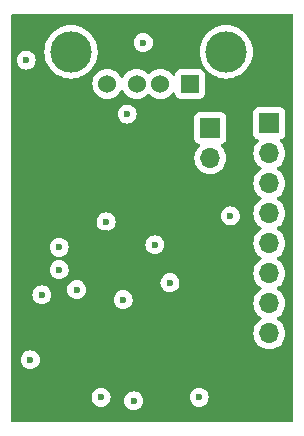
<source format=gbr>
%TF.GenerationSoftware,KiCad,Pcbnew,7.0.9*%
%TF.CreationDate,2024-08-25T21:19:36+01:00*%
%TF.ProjectId,RISKYKVM,5249534b-594b-4564-9d2e-6b696361645f,rev?*%
%TF.SameCoordinates,Original*%
%TF.FileFunction,Copper,L3,Inr*%
%TF.FilePolarity,Positive*%
%FSLAX46Y46*%
G04 Gerber Fmt 4.6, Leading zero omitted, Abs format (unit mm)*
G04 Created by KiCad (PCBNEW 7.0.9) date 2024-08-25 21:19:36*
%MOMM*%
%LPD*%
G01*
G04 APERTURE LIST*
%TA.AperFunction,ComponentPad*%
%ADD10R,1.700000X1.700000*%
%TD*%
%TA.AperFunction,ComponentPad*%
%ADD11O,1.700000X1.700000*%
%TD*%
%TA.AperFunction,ComponentPad*%
%ADD12R,1.524000X1.524000*%
%TD*%
%TA.AperFunction,ComponentPad*%
%ADD13C,1.524000*%
%TD*%
%TA.AperFunction,ComponentPad*%
%ADD14C,3.500000*%
%TD*%
%TA.AperFunction,ViaPad*%
%ADD15C,0.600000*%
%TD*%
G04 APERTURE END LIST*
D10*
%TO.N,/KB_CLK*%
%TO.C,J4*%
X140390000Y-84610000D03*
D11*
%TO.N,/KB_DATA*%
X140390000Y-87150000D03*
%TO.N,/KB_RESET*%
X140390000Y-89690000D03*
%TO.N,+5V*%
X140390000Y-92230000D03*
%TO.N,unconnected-(J4-Pin_5-Pad5)*%
X140390000Y-94770000D03*
%TO.N,GND*%
X140390000Y-97310000D03*
%TO.N,unconnected-(J4-Pin_7-Pad7)*%
X140390000Y-99850000D03*
%TO.N,unconnected-(J4-Pin_8-Pad8)*%
X140390000Y-102390000D03*
%TD*%
D12*
%TO.N,Net-(J3-VBUS)*%
%TO.C,J3*%
X133675000Y-81267100D03*
D13*
%TO.N,/USB_DM*%
X131175000Y-81267100D03*
%TO.N,/USB_DP*%
X129175000Y-81267100D03*
%TO.N,GND*%
X126675000Y-81267100D03*
D14*
X136745000Y-78557100D03*
X123605000Y-78557100D03*
%TD*%
D10*
%TO.N,/SWCLK*%
%TO.C,J2*%
X135400000Y-85000000D03*
D11*
%TO.N,/SWDIO*%
X135400000Y-87540000D03*
%TD*%
D15*
%TO.N,GND*%
X130700000Y-94900000D03*
%TO.N,+3.3V*%
X122630000Y-98740000D03*
X132085400Y-90319400D03*
X119775000Y-77375000D03*
X132466400Y-95831200D03*
X121925000Y-104650000D03*
X127107000Y-90344800D03*
X126530218Y-93916221D03*
%TO.N,GND*%
X137100000Y-92450000D03*
X128900000Y-108100000D03*
X131980000Y-98100000D03*
X124077800Y-98676900D03*
X122600000Y-95100000D03*
X129720000Y-77770000D03*
X128010000Y-99540000D03*
X122600000Y-97000000D03*
%TO.N,+5V*%
X121131400Y-99134100D03*
X128360000Y-83820000D03*
%TO.N,/NRST*%
X126566051Y-92941667D03*
%TO.N,/PIN6*%
X134455000Y-107797500D03*
%TO.N,/PIN9*%
X126145000Y-107797500D03*
%TO.N,Net-(D1-A)*%
X120150000Y-104630000D03*
%TO.N,Net-(D2-A)*%
X119800000Y-79250000D03*
%TD*%
%TA.AperFunction,Conductor*%
%TO.N,+3.3V*%
G36*
X142360739Y-75365585D02*
G01*
X142406494Y-75418389D01*
X142417700Y-75469900D01*
X142417700Y-109775500D01*
X142398015Y-109842539D01*
X142345211Y-109888294D01*
X142293700Y-109899500D01*
X118626300Y-109899500D01*
X118559261Y-109879815D01*
X118513506Y-109827011D01*
X118502300Y-109775500D01*
X118502300Y-107797503D01*
X125339435Y-107797503D01*
X125359630Y-107976749D01*
X125359631Y-107976754D01*
X125419211Y-108147023D01*
X125502295Y-108279249D01*
X125515184Y-108299762D01*
X125642738Y-108427316D01*
X125795478Y-108523289D01*
X125965745Y-108582868D01*
X125965750Y-108582869D01*
X126144996Y-108603065D01*
X126145000Y-108603065D01*
X126145004Y-108603065D01*
X126324249Y-108582869D01*
X126324252Y-108582868D01*
X126324255Y-108582868D01*
X126494522Y-108523289D01*
X126647262Y-108427316D01*
X126774816Y-108299762D01*
X126870789Y-108147022D01*
X126887242Y-108100003D01*
X128094435Y-108100003D01*
X128114630Y-108279249D01*
X128114631Y-108279254D01*
X128174211Y-108449523D01*
X128270184Y-108602262D01*
X128397738Y-108729816D01*
X128550478Y-108825789D01*
X128720745Y-108885368D01*
X128720750Y-108885369D01*
X128899996Y-108905565D01*
X128900000Y-108905565D01*
X128900004Y-108905565D01*
X129079249Y-108885369D01*
X129079252Y-108885368D01*
X129079255Y-108885368D01*
X129249522Y-108825789D01*
X129402262Y-108729816D01*
X129529816Y-108602262D01*
X129625789Y-108449522D01*
X129685368Y-108279255D01*
X129705565Y-108100000D01*
X129691678Y-107976749D01*
X129685369Y-107920750D01*
X129685368Y-107920745D01*
X129642244Y-107797503D01*
X133649435Y-107797503D01*
X133669630Y-107976749D01*
X133669631Y-107976754D01*
X133729211Y-108147023D01*
X133812295Y-108279249D01*
X133825184Y-108299762D01*
X133952738Y-108427316D01*
X134105478Y-108523289D01*
X134275745Y-108582868D01*
X134275750Y-108582869D01*
X134454996Y-108603065D01*
X134455000Y-108603065D01*
X134455004Y-108603065D01*
X134634249Y-108582869D01*
X134634252Y-108582868D01*
X134634255Y-108582868D01*
X134804522Y-108523289D01*
X134957262Y-108427316D01*
X135084816Y-108299762D01*
X135180789Y-108147022D01*
X135240368Y-107976755D01*
X135240369Y-107976749D01*
X135260565Y-107797503D01*
X135260565Y-107797496D01*
X135240369Y-107618250D01*
X135240368Y-107618245D01*
X135180788Y-107447976D01*
X135084815Y-107295237D01*
X134957262Y-107167684D01*
X134804523Y-107071711D01*
X134634254Y-107012131D01*
X134634249Y-107012130D01*
X134455004Y-106991935D01*
X134454996Y-106991935D01*
X134275750Y-107012130D01*
X134275745Y-107012131D01*
X134105476Y-107071711D01*
X133952737Y-107167684D01*
X133825184Y-107295237D01*
X133729211Y-107447976D01*
X133669631Y-107618245D01*
X133669630Y-107618250D01*
X133649435Y-107797496D01*
X133649435Y-107797503D01*
X129642244Y-107797503D01*
X129625789Y-107750478D01*
X129529816Y-107597738D01*
X129402262Y-107470184D01*
X129249523Y-107374211D01*
X129079254Y-107314631D01*
X129079249Y-107314630D01*
X128900004Y-107294435D01*
X128899996Y-107294435D01*
X128720750Y-107314630D01*
X128720745Y-107314631D01*
X128550476Y-107374211D01*
X128397737Y-107470184D01*
X128270184Y-107597737D01*
X128174211Y-107750476D01*
X128114631Y-107920745D01*
X128114630Y-107920750D01*
X128094435Y-108099996D01*
X128094435Y-108100003D01*
X126887242Y-108100003D01*
X126930368Y-107976755D01*
X126930369Y-107976749D01*
X126950565Y-107797503D01*
X126950565Y-107797496D01*
X126930369Y-107618250D01*
X126930368Y-107618245D01*
X126870788Y-107447976D01*
X126774815Y-107295237D01*
X126647262Y-107167684D01*
X126494523Y-107071711D01*
X126324254Y-107012131D01*
X126324249Y-107012130D01*
X126145004Y-106991935D01*
X126144996Y-106991935D01*
X125965750Y-107012130D01*
X125965745Y-107012131D01*
X125795476Y-107071711D01*
X125642737Y-107167684D01*
X125515184Y-107295237D01*
X125419211Y-107447976D01*
X125359631Y-107618245D01*
X125359630Y-107618250D01*
X125339435Y-107797496D01*
X125339435Y-107797503D01*
X118502300Y-107797503D01*
X118502300Y-104630003D01*
X119344435Y-104630003D01*
X119364630Y-104809249D01*
X119364631Y-104809254D01*
X119424211Y-104979523D01*
X119520184Y-105132262D01*
X119647738Y-105259816D01*
X119800478Y-105355789D01*
X119970745Y-105415368D01*
X119970750Y-105415369D01*
X120149996Y-105435565D01*
X120150000Y-105435565D01*
X120150004Y-105435565D01*
X120329249Y-105415369D01*
X120329252Y-105415368D01*
X120329255Y-105415368D01*
X120499522Y-105355789D01*
X120652262Y-105259816D01*
X120779816Y-105132262D01*
X120875789Y-104979522D01*
X120935368Y-104809255D01*
X120955565Y-104630000D01*
X120935368Y-104450745D01*
X120875789Y-104280478D01*
X120779816Y-104127738D01*
X120652262Y-104000184D01*
X120499523Y-103904211D01*
X120329254Y-103844631D01*
X120329249Y-103844630D01*
X120150004Y-103824435D01*
X120149996Y-103824435D01*
X119970750Y-103844630D01*
X119970745Y-103844631D01*
X119800476Y-103904211D01*
X119647737Y-104000184D01*
X119520184Y-104127737D01*
X119424211Y-104280476D01*
X119364631Y-104450745D01*
X119364630Y-104450750D01*
X119344435Y-104629996D01*
X119344435Y-104630003D01*
X118502300Y-104630003D01*
X118502300Y-102390000D01*
X139034341Y-102390000D01*
X139054936Y-102625403D01*
X139054938Y-102625413D01*
X139116094Y-102853655D01*
X139116096Y-102853659D01*
X139116097Y-102853663D01*
X139215965Y-103067830D01*
X139215967Y-103067834D01*
X139324281Y-103222521D01*
X139351505Y-103261401D01*
X139518599Y-103428495D01*
X139615384Y-103496265D01*
X139712165Y-103564032D01*
X139712167Y-103564033D01*
X139712170Y-103564035D01*
X139926337Y-103663903D01*
X140154592Y-103725063D01*
X140342918Y-103741539D01*
X140389999Y-103745659D01*
X140390000Y-103745659D01*
X140390001Y-103745659D01*
X140429234Y-103742226D01*
X140625408Y-103725063D01*
X140853663Y-103663903D01*
X141067830Y-103564035D01*
X141261401Y-103428495D01*
X141428495Y-103261401D01*
X141564035Y-103067830D01*
X141663903Y-102853663D01*
X141725063Y-102625408D01*
X141745659Y-102390000D01*
X141725063Y-102154592D01*
X141663903Y-101926337D01*
X141564035Y-101712171D01*
X141428495Y-101518599D01*
X141428494Y-101518597D01*
X141261402Y-101351506D01*
X141261396Y-101351501D01*
X141075842Y-101221575D01*
X141032217Y-101166998D01*
X141025023Y-101097500D01*
X141056546Y-101035145D01*
X141075842Y-101018425D01*
X141098026Y-101002891D01*
X141261401Y-100888495D01*
X141428495Y-100721401D01*
X141564035Y-100527830D01*
X141663903Y-100313663D01*
X141725063Y-100085408D01*
X141745659Y-99850000D01*
X141725063Y-99614592D01*
X141678626Y-99441285D01*
X141663905Y-99386344D01*
X141663904Y-99386343D01*
X141663903Y-99386337D01*
X141564035Y-99172171D01*
X141469905Y-99037738D01*
X141428494Y-98978597D01*
X141261402Y-98811506D01*
X141261396Y-98811501D01*
X141075842Y-98681575D01*
X141032217Y-98626998D01*
X141025023Y-98557500D01*
X141056546Y-98495145D01*
X141075842Y-98478425D01*
X141175975Y-98408311D01*
X141261401Y-98348495D01*
X141428495Y-98181401D01*
X141564035Y-97987830D01*
X141663903Y-97773663D01*
X141725063Y-97545408D01*
X141745659Y-97310000D01*
X141725063Y-97074592D01*
X141663903Y-96846337D01*
X141564035Y-96632171D01*
X141469905Y-96497738D01*
X141428494Y-96438597D01*
X141261402Y-96271506D01*
X141261396Y-96271501D01*
X141075842Y-96141575D01*
X141032217Y-96086998D01*
X141025023Y-96017500D01*
X141056546Y-95955145D01*
X141075842Y-95938425D01*
X141122771Y-95905565D01*
X141261401Y-95808495D01*
X141428495Y-95641401D01*
X141564035Y-95447830D01*
X141663903Y-95233663D01*
X141725063Y-95005408D01*
X141745659Y-94770000D01*
X141725063Y-94534592D01*
X141663903Y-94306337D01*
X141564035Y-94092171D01*
X141428495Y-93898599D01*
X141428494Y-93898597D01*
X141261402Y-93731506D01*
X141261396Y-93731501D01*
X141075842Y-93601575D01*
X141032217Y-93546998D01*
X141025023Y-93477500D01*
X141056546Y-93415145D01*
X141075842Y-93398425D01*
X141228989Y-93291190D01*
X141261401Y-93268495D01*
X141428495Y-93101401D01*
X141564035Y-92907830D01*
X141663903Y-92693663D01*
X141725063Y-92465408D01*
X141745659Y-92230000D01*
X141744423Y-92215878D01*
X141725063Y-91994596D01*
X141725063Y-91994592D01*
X141663903Y-91766337D01*
X141564035Y-91552171D01*
X141428495Y-91358599D01*
X141428494Y-91358597D01*
X141261402Y-91191506D01*
X141261396Y-91191501D01*
X141075842Y-91061575D01*
X141032217Y-91006998D01*
X141025023Y-90937500D01*
X141056546Y-90875145D01*
X141075842Y-90858425D01*
X141098026Y-90842891D01*
X141261401Y-90728495D01*
X141428495Y-90561401D01*
X141564035Y-90367830D01*
X141663903Y-90153663D01*
X141725063Y-89925408D01*
X141745659Y-89690000D01*
X141725063Y-89454592D01*
X141663903Y-89226337D01*
X141564035Y-89012171D01*
X141468032Y-88875063D01*
X141428494Y-88818597D01*
X141261402Y-88651506D01*
X141261396Y-88651501D01*
X141075842Y-88521575D01*
X141032217Y-88466998D01*
X141025023Y-88397500D01*
X141056546Y-88335145D01*
X141075842Y-88318425D01*
X141098026Y-88302891D01*
X141261401Y-88188495D01*
X141428495Y-88021401D01*
X141564035Y-87827830D01*
X141663903Y-87613663D01*
X141725063Y-87385408D01*
X141745659Y-87150000D01*
X141725063Y-86914592D01*
X141663903Y-86686337D01*
X141564035Y-86472171D01*
X141548612Y-86450145D01*
X141428496Y-86278600D01*
X141428495Y-86278599D01*
X141306567Y-86156671D01*
X141273084Y-86095351D01*
X141278068Y-86025659D01*
X141319939Y-85969725D01*
X141350915Y-85952810D01*
X141482331Y-85903796D01*
X141597546Y-85817546D01*
X141683796Y-85702331D01*
X141734091Y-85567483D01*
X141740500Y-85507873D01*
X141740499Y-83712128D01*
X141734091Y-83652517D01*
X141729702Y-83640750D01*
X141683797Y-83517671D01*
X141683793Y-83517664D01*
X141597547Y-83402455D01*
X141597544Y-83402452D01*
X141482335Y-83316206D01*
X141482328Y-83316202D01*
X141347482Y-83265908D01*
X141347483Y-83265908D01*
X141287883Y-83259501D01*
X141287881Y-83259500D01*
X141287873Y-83259500D01*
X141287864Y-83259500D01*
X139492129Y-83259500D01*
X139492123Y-83259501D01*
X139432516Y-83265908D01*
X139297671Y-83316202D01*
X139297664Y-83316206D01*
X139182455Y-83402452D01*
X139182452Y-83402455D01*
X139096206Y-83517664D01*
X139096202Y-83517671D01*
X139045908Y-83652517D01*
X139039501Y-83712116D01*
X139039501Y-83712123D01*
X139039500Y-83712135D01*
X139039500Y-85507870D01*
X139039501Y-85507876D01*
X139045908Y-85567483D01*
X139096202Y-85702328D01*
X139096206Y-85702335D01*
X139182452Y-85817544D01*
X139182455Y-85817547D01*
X139297664Y-85903793D01*
X139297671Y-85903797D01*
X139429081Y-85952810D01*
X139485015Y-85994681D01*
X139509432Y-86060145D01*
X139494580Y-86128418D01*
X139473430Y-86156673D01*
X139351503Y-86278600D01*
X139215965Y-86472169D01*
X139215964Y-86472171D01*
X139116098Y-86686335D01*
X139116094Y-86686344D01*
X139054938Y-86914586D01*
X139054936Y-86914596D01*
X139034341Y-87149999D01*
X139034341Y-87150000D01*
X139054936Y-87385403D01*
X139054938Y-87385413D01*
X139116094Y-87613655D01*
X139116096Y-87613659D01*
X139116097Y-87613663D01*
X139215965Y-87827830D01*
X139215967Y-87827834D01*
X139324281Y-87982521D01*
X139339085Y-88003664D01*
X139351501Y-88021395D01*
X139351506Y-88021402D01*
X139518597Y-88188493D01*
X139518603Y-88188498D01*
X139704158Y-88318425D01*
X139747783Y-88373002D01*
X139754977Y-88442500D01*
X139723454Y-88504855D01*
X139704158Y-88521575D01*
X139518597Y-88651505D01*
X139351505Y-88818597D01*
X139215965Y-89012169D01*
X139215964Y-89012171D01*
X139116098Y-89226335D01*
X139116094Y-89226344D01*
X139054938Y-89454586D01*
X139054936Y-89454596D01*
X139034341Y-89689999D01*
X139034341Y-89690000D01*
X139054936Y-89925403D01*
X139054938Y-89925413D01*
X139116094Y-90153655D01*
X139116096Y-90153659D01*
X139116097Y-90153663D01*
X139215965Y-90367830D01*
X139215967Y-90367834D01*
X139351501Y-90561395D01*
X139351506Y-90561402D01*
X139518597Y-90728493D01*
X139518603Y-90728498D01*
X139704158Y-90858425D01*
X139747783Y-90913002D01*
X139754977Y-90982500D01*
X139723454Y-91044855D01*
X139704158Y-91061575D01*
X139518597Y-91191505D01*
X139351505Y-91358597D01*
X139215965Y-91552169D01*
X139215964Y-91552171D01*
X139116098Y-91766335D01*
X139116094Y-91766344D01*
X139054938Y-91994586D01*
X139054936Y-91994596D01*
X139034341Y-92229999D01*
X139034341Y-92230000D01*
X139054936Y-92465403D01*
X139054938Y-92465413D01*
X139116094Y-92693655D01*
X139116096Y-92693659D01*
X139116097Y-92693663D01*
X139215965Y-92907830D01*
X139215967Y-92907834D01*
X139351501Y-93101395D01*
X139351506Y-93101402D01*
X139518597Y-93268493D01*
X139518603Y-93268498D01*
X139704158Y-93398425D01*
X139747783Y-93453002D01*
X139754977Y-93522500D01*
X139723454Y-93584855D01*
X139704158Y-93601575D01*
X139518597Y-93731505D01*
X139351505Y-93898597D01*
X139215965Y-94092169D01*
X139215964Y-94092171D01*
X139116098Y-94306335D01*
X139116094Y-94306344D01*
X139054938Y-94534586D01*
X139054936Y-94534596D01*
X139034341Y-94769999D01*
X139034341Y-94770000D01*
X139054936Y-95005403D01*
X139054938Y-95005413D01*
X139116094Y-95233655D01*
X139116096Y-95233659D01*
X139116097Y-95233663D01*
X139137357Y-95279255D01*
X139215965Y-95447830D01*
X139215967Y-95447834D01*
X139351501Y-95641395D01*
X139351506Y-95641402D01*
X139518597Y-95808493D01*
X139518603Y-95808498D01*
X139704158Y-95938425D01*
X139747783Y-95993002D01*
X139754977Y-96062500D01*
X139723454Y-96124855D01*
X139704158Y-96141575D01*
X139518597Y-96271505D01*
X139351505Y-96438597D01*
X139215965Y-96632169D01*
X139215964Y-96632171D01*
X139116098Y-96846335D01*
X139116094Y-96846344D01*
X139054938Y-97074586D01*
X139054936Y-97074596D01*
X139034341Y-97309999D01*
X139034341Y-97310000D01*
X139054936Y-97545403D01*
X139054938Y-97545413D01*
X139116094Y-97773655D01*
X139116096Y-97773659D01*
X139116097Y-97773663D01*
X139184683Y-97920745D01*
X139215965Y-97987830D01*
X139215967Y-97987834D01*
X139294507Y-98100000D01*
X139346769Y-98174638D01*
X139351501Y-98181395D01*
X139351506Y-98181402D01*
X139518597Y-98348493D01*
X139518603Y-98348498D01*
X139704158Y-98478425D01*
X139747783Y-98533002D01*
X139754977Y-98602500D01*
X139723454Y-98664855D01*
X139704158Y-98681575D01*
X139518597Y-98811505D01*
X139351505Y-98978597D01*
X139215965Y-99172169D01*
X139215964Y-99172171D01*
X139116098Y-99386335D01*
X139116094Y-99386344D01*
X139054938Y-99614586D01*
X139054936Y-99614596D01*
X139034341Y-99849999D01*
X139034341Y-99850000D01*
X139054936Y-100085403D01*
X139054938Y-100085413D01*
X139116094Y-100313655D01*
X139116096Y-100313659D01*
X139116097Y-100313663D01*
X139215965Y-100527830D01*
X139215967Y-100527834D01*
X139351501Y-100721395D01*
X139351506Y-100721402D01*
X139518597Y-100888493D01*
X139518603Y-100888498D01*
X139704158Y-101018425D01*
X139747783Y-101073002D01*
X139754977Y-101142500D01*
X139723454Y-101204855D01*
X139704158Y-101221575D01*
X139518597Y-101351505D01*
X139351505Y-101518597D01*
X139215965Y-101712169D01*
X139215964Y-101712171D01*
X139116098Y-101926335D01*
X139116094Y-101926344D01*
X139054938Y-102154586D01*
X139054936Y-102154596D01*
X139034341Y-102389999D01*
X139034341Y-102390000D01*
X118502300Y-102390000D01*
X118502300Y-99134103D01*
X120325835Y-99134103D01*
X120346030Y-99313349D01*
X120346031Y-99313354D01*
X120405611Y-99483623D01*
X120501584Y-99636362D01*
X120629138Y-99763916D01*
X120719480Y-99820682D01*
X120766139Y-99850000D01*
X120781878Y-99859889D01*
X120952145Y-99919468D01*
X120952150Y-99919469D01*
X121131396Y-99939665D01*
X121131400Y-99939665D01*
X121131404Y-99939665D01*
X121310649Y-99919469D01*
X121310652Y-99919468D01*
X121310655Y-99919468D01*
X121480922Y-99859889D01*
X121633662Y-99763916D01*
X121761216Y-99636362D01*
X121821762Y-99540003D01*
X127204435Y-99540003D01*
X127224630Y-99719249D01*
X127224631Y-99719254D01*
X127284211Y-99889523D01*
X127315718Y-99939665D01*
X127380184Y-100042262D01*
X127507738Y-100169816D01*
X127660478Y-100265789D01*
X127797271Y-100313655D01*
X127830745Y-100325368D01*
X127830750Y-100325369D01*
X128009996Y-100345565D01*
X128010000Y-100345565D01*
X128010004Y-100345565D01*
X128189249Y-100325369D01*
X128189252Y-100325368D01*
X128189255Y-100325368D01*
X128359522Y-100265789D01*
X128512262Y-100169816D01*
X128639816Y-100042262D01*
X128735789Y-99889522D01*
X128795368Y-99719255D01*
X128807161Y-99614592D01*
X128815565Y-99540003D01*
X128815565Y-99539996D01*
X128795369Y-99360750D01*
X128795368Y-99360745D01*
X128735789Y-99190478D01*
X128639816Y-99037738D01*
X128512262Y-98910184D01*
X128472768Y-98885368D01*
X128359523Y-98814211D01*
X128189254Y-98754631D01*
X128189249Y-98754630D01*
X128010004Y-98734435D01*
X128009996Y-98734435D01*
X127830750Y-98754630D01*
X127830745Y-98754631D01*
X127660476Y-98814211D01*
X127507737Y-98910184D01*
X127380184Y-99037737D01*
X127284211Y-99190476D01*
X127224631Y-99360745D01*
X127224630Y-99360750D01*
X127204435Y-99539996D01*
X127204435Y-99540003D01*
X121821762Y-99540003D01*
X121857189Y-99483622D01*
X121916768Y-99313355D01*
X121931888Y-99179162D01*
X121936965Y-99134103D01*
X121936965Y-99134096D01*
X121916769Y-98954850D01*
X121916768Y-98954845D01*
X121882235Y-98856155D01*
X121857189Y-98784578D01*
X121838371Y-98754630D01*
X121789532Y-98676903D01*
X123272235Y-98676903D01*
X123292430Y-98856149D01*
X123292431Y-98856154D01*
X123352011Y-99026423D01*
X123443590Y-99172169D01*
X123447984Y-99179162D01*
X123575538Y-99306716D01*
X123728278Y-99402689D01*
X123898545Y-99462268D01*
X123898550Y-99462269D01*
X124077796Y-99482465D01*
X124077800Y-99482465D01*
X124077804Y-99482465D01*
X124257049Y-99462269D01*
X124257052Y-99462268D01*
X124257055Y-99462268D01*
X124427322Y-99402689D01*
X124580062Y-99306716D01*
X124707616Y-99179162D01*
X124803589Y-99026422D01*
X124863168Y-98856155D01*
X124863169Y-98856149D01*
X124883365Y-98676903D01*
X124883365Y-98676896D01*
X124863169Y-98497650D01*
X124863168Y-98497645D01*
X124811061Y-98348732D01*
X124803589Y-98327378D01*
X124707616Y-98174638D01*
X124632981Y-98100003D01*
X131174435Y-98100003D01*
X131194630Y-98279249D01*
X131194631Y-98279254D01*
X131254211Y-98449523D01*
X131288620Y-98504284D01*
X131350184Y-98602262D01*
X131477738Y-98729816D01*
X131564888Y-98784576D01*
X131612051Y-98814211D01*
X131630478Y-98825789D01*
X131717259Y-98856155D01*
X131800745Y-98885368D01*
X131800750Y-98885369D01*
X131979996Y-98905565D01*
X131980000Y-98905565D01*
X131980004Y-98905565D01*
X132159249Y-98885369D01*
X132159252Y-98885368D01*
X132159255Y-98885368D01*
X132329522Y-98825789D01*
X132482262Y-98729816D01*
X132609816Y-98602262D01*
X132705789Y-98449522D01*
X132765368Y-98279255D01*
X132765369Y-98279249D01*
X132785565Y-98100003D01*
X132785565Y-98099996D01*
X132765369Y-97920750D01*
X132765368Y-97920745D01*
X132717998Y-97785369D01*
X132705789Y-97750478D01*
X132609816Y-97597738D01*
X132482262Y-97470184D01*
X132329523Y-97374211D01*
X132159254Y-97314631D01*
X132159249Y-97314630D01*
X131980004Y-97294435D01*
X131979996Y-97294435D01*
X131800750Y-97314630D01*
X131800745Y-97314631D01*
X131630476Y-97374211D01*
X131477737Y-97470184D01*
X131350184Y-97597737D01*
X131254211Y-97750476D01*
X131194631Y-97920745D01*
X131194630Y-97920750D01*
X131174435Y-98099996D01*
X131174435Y-98100003D01*
X124632981Y-98100003D01*
X124580062Y-98047084D01*
X124427323Y-97951111D01*
X124257054Y-97891531D01*
X124257049Y-97891530D01*
X124077804Y-97871335D01*
X124077796Y-97871335D01*
X123898550Y-97891530D01*
X123898545Y-97891531D01*
X123728276Y-97951111D01*
X123575537Y-98047084D01*
X123447984Y-98174637D01*
X123352011Y-98327376D01*
X123292431Y-98497645D01*
X123292430Y-98497650D01*
X123272235Y-98676896D01*
X123272235Y-98676903D01*
X121789532Y-98676903D01*
X121761215Y-98631837D01*
X121633662Y-98504284D01*
X121480923Y-98408311D01*
X121310654Y-98348731D01*
X121310649Y-98348730D01*
X121131404Y-98328535D01*
X121131396Y-98328535D01*
X120952150Y-98348730D01*
X120952145Y-98348731D01*
X120781876Y-98408311D01*
X120629137Y-98504284D01*
X120501584Y-98631837D01*
X120405611Y-98784576D01*
X120346031Y-98954845D01*
X120346030Y-98954850D01*
X120325835Y-99134096D01*
X120325835Y-99134103D01*
X118502300Y-99134103D01*
X118502300Y-97000003D01*
X121794435Y-97000003D01*
X121814630Y-97179249D01*
X121814631Y-97179254D01*
X121874211Y-97349523D01*
X121889724Y-97374211D01*
X121970184Y-97502262D01*
X122097738Y-97629816D01*
X122250478Y-97725789D01*
X122387271Y-97773655D01*
X122420745Y-97785368D01*
X122420750Y-97785369D01*
X122599996Y-97805565D01*
X122600000Y-97805565D01*
X122600004Y-97805565D01*
X122779249Y-97785369D01*
X122779252Y-97785368D01*
X122779255Y-97785368D01*
X122949522Y-97725789D01*
X123102262Y-97629816D01*
X123229816Y-97502262D01*
X123325789Y-97349522D01*
X123385368Y-97179255D01*
X123397161Y-97074592D01*
X123405565Y-97000003D01*
X123405565Y-96999996D01*
X123385369Y-96820750D01*
X123385368Y-96820745D01*
X123325788Y-96650476D01*
X123229815Y-96497737D01*
X123102262Y-96370184D01*
X122949523Y-96274211D01*
X122779254Y-96214631D01*
X122779249Y-96214630D01*
X122600004Y-96194435D01*
X122599996Y-96194435D01*
X122420750Y-96214630D01*
X122420745Y-96214631D01*
X122250476Y-96274211D01*
X122097737Y-96370184D01*
X121970184Y-96497737D01*
X121874211Y-96650476D01*
X121814631Y-96820745D01*
X121814630Y-96820750D01*
X121794435Y-96999996D01*
X121794435Y-97000003D01*
X118502300Y-97000003D01*
X118502300Y-95100003D01*
X121794435Y-95100003D01*
X121814630Y-95279249D01*
X121814631Y-95279254D01*
X121874211Y-95449523D01*
X121924662Y-95529815D01*
X121970184Y-95602262D01*
X122097738Y-95729816D01*
X122188080Y-95786582D01*
X122222959Y-95808498D01*
X122250478Y-95825789D01*
X122420745Y-95885368D01*
X122420750Y-95885369D01*
X122599996Y-95905565D01*
X122600000Y-95905565D01*
X122600004Y-95905565D01*
X122779249Y-95885369D01*
X122779252Y-95885368D01*
X122779255Y-95885368D01*
X122949522Y-95825789D01*
X123102262Y-95729816D01*
X123229816Y-95602262D01*
X123325789Y-95449522D01*
X123385368Y-95279255D01*
X123405565Y-95100000D01*
X123394907Y-95005408D01*
X123385369Y-94920750D01*
X123385368Y-94920745D01*
X123378110Y-94900003D01*
X129894435Y-94900003D01*
X129914630Y-95079249D01*
X129914631Y-95079254D01*
X129974211Y-95249523D01*
X130070184Y-95402262D01*
X130197738Y-95529816D01*
X130350478Y-95625789D01*
X130520745Y-95685368D01*
X130520750Y-95685369D01*
X130699996Y-95705565D01*
X130700000Y-95705565D01*
X130700004Y-95705565D01*
X130879249Y-95685369D01*
X130879252Y-95685368D01*
X130879255Y-95685368D01*
X131049522Y-95625789D01*
X131202262Y-95529816D01*
X131329816Y-95402262D01*
X131425789Y-95249522D01*
X131485368Y-95079255D01*
X131493688Y-95005413D01*
X131505565Y-94900003D01*
X131505565Y-94899996D01*
X131485369Y-94720750D01*
X131485368Y-94720745D01*
X131442326Y-94597738D01*
X131425789Y-94550478D01*
X131415803Y-94534586D01*
X131329815Y-94397737D01*
X131202262Y-94270184D01*
X131049523Y-94174211D01*
X130879254Y-94114631D01*
X130879249Y-94114630D01*
X130700004Y-94094435D01*
X130699996Y-94094435D01*
X130520750Y-94114630D01*
X130520745Y-94114631D01*
X130350476Y-94174211D01*
X130197737Y-94270184D01*
X130070184Y-94397737D01*
X129974211Y-94550476D01*
X129914631Y-94720745D01*
X129914630Y-94720750D01*
X129894435Y-94899996D01*
X129894435Y-94900003D01*
X123378110Y-94900003D01*
X123332620Y-94770000D01*
X123325789Y-94750478D01*
X123307106Y-94720745D01*
X123229815Y-94597737D01*
X123102262Y-94470184D01*
X122949523Y-94374211D01*
X122779254Y-94314631D01*
X122779249Y-94314630D01*
X122600004Y-94294435D01*
X122599996Y-94294435D01*
X122420750Y-94314630D01*
X122420745Y-94314631D01*
X122250476Y-94374211D01*
X122097737Y-94470184D01*
X121970184Y-94597737D01*
X121874211Y-94750476D01*
X121814631Y-94920745D01*
X121814630Y-94920750D01*
X121794435Y-95099996D01*
X121794435Y-95100003D01*
X118502300Y-95100003D01*
X118502300Y-92941670D01*
X125760486Y-92941670D01*
X125780681Y-93120916D01*
X125780682Y-93120921D01*
X125840262Y-93291190D01*
X125907643Y-93398425D01*
X125936235Y-93443929D01*
X126063789Y-93571483D01*
X126216529Y-93667456D01*
X126386796Y-93727035D01*
X126386801Y-93727036D01*
X126566047Y-93747232D01*
X126566051Y-93747232D01*
X126566055Y-93747232D01*
X126745300Y-93727036D01*
X126745303Y-93727035D01*
X126745306Y-93727035D01*
X126915573Y-93667456D01*
X127068313Y-93571483D01*
X127195867Y-93443929D01*
X127291840Y-93291189D01*
X127351419Y-93120922D01*
X127351420Y-93120916D01*
X127371616Y-92941670D01*
X127371616Y-92941663D01*
X127351420Y-92762417D01*
X127351419Y-92762412D01*
X127291839Y-92592143D01*
X127212206Y-92465408D01*
X127202526Y-92450003D01*
X136294435Y-92450003D01*
X136314630Y-92629249D01*
X136314631Y-92629254D01*
X136374211Y-92799523D01*
X136442265Y-92907830D01*
X136470184Y-92952262D01*
X136597738Y-93079816D01*
X136750478Y-93175789D01*
X136920745Y-93235368D01*
X136920750Y-93235369D01*
X137099996Y-93255565D01*
X137100000Y-93255565D01*
X137100004Y-93255565D01*
X137279249Y-93235369D01*
X137279252Y-93235368D01*
X137279255Y-93235368D01*
X137449522Y-93175789D01*
X137602262Y-93079816D01*
X137729816Y-92952262D01*
X137825789Y-92799522D01*
X137885368Y-92629255D01*
X137885369Y-92629249D01*
X137905565Y-92450003D01*
X137905565Y-92449996D01*
X137885369Y-92270750D01*
X137885368Y-92270745D01*
X137866169Y-92215878D01*
X137825789Y-92100478D01*
X137729816Y-91947738D01*
X137602262Y-91820184D01*
X137449523Y-91724211D01*
X137279254Y-91664631D01*
X137279249Y-91664630D01*
X137100004Y-91644435D01*
X137099996Y-91644435D01*
X136920750Y-91664630D01*
X136920745Y-91664631D01*
X136750476Y-91724211D01*
X136597737Y-91820184D01*
X136470184Y-91947737D01*
X136374211Y-92100476D01*
X136314631Y-92270745D01*
X136314630Y-92270750D01*
X136294435Y-92449996D01*
X136294435Y-92450003D01*
X127202526Y-92450003D01*
X127195867Y-92439405D01*
X127068313Y-92311851D01*
X126915574Y-92215878D01*
X126745305Y-92156298D01*
X126745300Y-92156297D01*
X126566055Y-92136102D01*
X126566047Y-92136102D01*
X126386801Y-92156297D01*
X126386796Y-92156298D01*
X126216527Y-92215878D01*
X126063788Y-92311851D01*
X125936235Y-92439404D01*
X125840262Y-92592143D01*
X125780682Y-92762412D01*
X125780681Y-92762417D01*
X125760486Y-92941663D01*
X125760486Y-92941670D01*
X118502300Y-92941670D01*
X118502300Y-87540000D01*
X134044341Y-87540000D01*
X134064936Y-87775403D01*
X134064938Y-87775413D01*
X134126094Y-88003655D01*
X134126096Y-88003659D01*
X134126097Y-88003663D01*
X134134369Y-88021402D01*
X134225965Y-88217830D01*
X134225967Y-88217834D01*
X134308110Y-88335145D01*
X134361505Y-88411401D01*
X134528599Y-88578495D01*
X134625384Y-88646265D01*
X134722165Y-88714032D01*
X134722167Y-88714033D01*
X134722170Y-88714035D01*
X134936337Y-88813903D01*
X135164592Y-88875063D01*
X135352918Y-88891539D01*
X135399999Y-88895659D01*
X135400000Y-88895659D01*
X135400001Y-88895659D01*
X135439234Y-88892226D01*
X135635408Y-88875063D01*
X135863663Y-88813903D01*
X136077830Y-88714035D01*
X136271401Y-88578495D01*
X136438495Y-88411401D01*
X136574035Y-88217830D01*
X136673903Y-88003663D01*
X136735063Y-87775408D01*
X136755659Y-87540000D01*
X136735063Y-87304592D01*
X136673903Y-87076337D01*
X136574035Y-86862171D01*
X136450915Y-86686337D01*
X136438496Y-86668600D01*
X136438495Y-86668599D01*
X136316567Y-86546671D01*
X136283084Y-86485351D01*
X136288068Y-86415659D01*
X136329939Y-86359725D01*
X136360915Y-86342810D01*
X136492331Y-86293796D01*
X136607546Y-86207546D01*
X136693796Y-86092331D01*
X136744091Y-85957483D01*
X136750500Y-85897873D01*
X136750499Y-84102128D01*
X136744091Y-84042517D01*
X136727955Y-83999255D01*
X136693797Y-83907671D01*
X136693793Y-83907664D01*
X136607547Y-83792455D01*
X136607544Y-83792452D01*
X136492335Y-83706206D01*
X136492328Y-83706202D01*
X136357482Y-83655908D01*
X136357483Y-83655908D01*
X136297883Y-83649501D01*
X136297881Y-83649500D01*
X136297873Y-83649500D01*
X136297864Y-83649500D01*
X134502129Y-83649500D01*
X134502123Y-83649501D01*
X134442516Y-83655908D01*
X134307671Y-83706202D01*
X134307664Y-83706206D01*
X134192455Y-83792452D01*
X134192452Y-83792455D01*
X134106206Y-83907664D01*
X134106202Y-83907671D01*
X134055908Y-84042517D01*
X134049501Y-84102116D01*
X134049501Y-84102123D01*
X134049500Y-84102135D01*
X134049500Y-85897870D01*
X134049501Y-85897876D01*
X134055908Y-85957483D01*
X134106202Y-86092328D01*
X134106206Y-86092335D01*
X134192452Y-86207544D01*
X134192455Y-86207547D01*
X134307664Y-86293793D01*
X134307671Y-86293797D01*
X134439081Y-86342810D01*
X134495015Y-86384681D01*
X134519432Y-86450145D01*
X134504580Y-86518418D01*
X134483430Y-86546673D01*
X134361503Y-86668600D01*
X134225965Y-86862169D01*
X134225964Y-86862171D01*
X134126098Y-87076335D01*
X134126094Y-87076344D01*
X134064938Y-87304586D01*
X134064936Y-87304596D01*
X134044341Y-87539999D01*
X134044341Y-87540000D01*
X118502300Y-87540000D01*
X118502300Y-83820003D01*
X127554435Y-83820003D01*
X127574630Y-83999249D01*
X127574631Y-83999254D01*
X127634211Y-84169523D01*
X127730184Y-84322262D01*
X127857738Y-84449816D01*
X128010478Y-84545789D01*
X128180745Y-84605368D01*
X128180750Y-84605369D01*
X128359996Y-84625565D01*
X128360000Y-84625565D01*
X128360004Y-84625565D01*
X128539249Y-84605369D01*
X128539252Y-84605368D01*
X128539255Y-84605368D01*
X128709522Y-84545789D01*
X128862262Y-84449816D01*
X128989816Y-84322262D01*
X129085789Y-84169522D01*
X129145368Y-83999255D01*
X129165565Y-83820000D01*
X129162461Y-83792455D01*
X129145369Y-83640750D01*
X129145368Y-83640745D01*
X129085789Y-83470478D01*
X128989816Y-83317738D01*
X128862262Y-83190184D01*
X128709523Y-83094211D01*
X128539254Y-83034631D01*
X128539249Y-83034630D01*
X128360004Y-83014435D01*
X128359996Y-83014435D01*
X128180750Y-83034630D01*
X128180745Y-83034631D01*
X128010476Y-83094211D01*
X127857737Y-83190184D01*
X127730184Y-83317737D01*
X127634211Y-83470476D01*
X127574631Y-83640745D01*
X127574630Y-83640750D01*
X127554435Y-83819996D01*
X127554435Y-83820003D01*
X118502300Y-83820003D01*
X118502300Y-81267102D01*
X125407677Y-81267102D01*
X125426929Y-81487162D01*
X125426930Y-81487170D01*
X125484104Y-81700545D01*
X125484105Y-81700547D01*
X125484106Y-81700550D01*
X125512929Y-81762361D01*
X125577466Y-81900762D01*
X125577468Y-81900766D01*
X125704170Y-82081715D01*
X125704175Y-82081721D01*
X125860378Y-82237924D01*
X125860384Y-82237929D01*
X126041333Y-82364631D01*
X126041335Y-82364632D01*
X126041338Y-82364634D01*
X126241550Y-82457994D01*
X126454932Y-82515170D01*
X126612123Y-82528922D01*
X126674998Y-82534423D01*
X126675000Y-82534423D01*
X126675002Y-82534423D01*
X126730151Y-82529598D01*
X126895068Y-82515170D01*
X127108450Y-82457994D01*
X127308662Y-82364634D01*
X127489620Y-82237926D01*
X127645826Y-82081720D01*
X127772534Y-81900762D01*
X127812618Y-81814800D01*
X127858790Y-81762361D01*
X127925983Y-81743209D01*
X127992864Y-81763424D01*
X128037382Y-81814801D01*
X128077464Y-81900758D01*
X128077468Y-81900766D01*
X128204170Y-82081715D01*
X128204175Y-82081721D01*
X128360378Y-82237924D01*
X128360384Y-82237929D01*
X128541333Y-82364631D01*
X128541335Y-82364632D01*
X128541338Y-82364634D01*
X128741550Y-82457994D01*
X128954932Y-82515170D01*
X129112123Y-82528922D01*
X129174998Y-82534423D01*
X129175000Y-82534423D01*
X129175002Y-82534423D01*
X129230151Y-82529598D01*
X129395068Y-82515170D01*
X129608450Y-82457994D01*
X129808662Y-82364634D01*
X129989620Y-82237926D01*
X130087319Y-82140227D01*
X130148642Y-82106742D01*
X130218334Y-82111726D01*
X130262681Y-82140227D01*
X130360378Y-82237924D01*
X130360384Y-82237929D01*
X130541333Y-82364631D01*
X130541335Y-82364632D01*
X130541338Y-82364634D01*
X130741550Y-82457994D01*
X130954932Y-82515170D01*
X131112123Y-82528922D01*
X131174998Y-82534423D01*
X131175000Y-82534423D01*
X131175002Y-82534423D01*
X131230151Y-82529598D01*
X131395068Y-82515170D01*
X131608450Y-82457994D01*
X131808662Y-82364634D01*
X131989620Y-82237926D01*
X132145826Y-82081720D01*
X132187907Y-82021620D01*
X132242481Y-81977997D01*
X132311980Y-81970803D01*
X132374335Y-82002325D01*
X132409749Y-82062554D01*
X132412771Y-82079490D01*
X132418909Y-82136583D01*
X132469202Y-82271428D01*
X132469206Y-82271435D01*
X132555452Y-82386644D01*
X132555455Y-82386647D01*
X132670664Y-82472893D01*
X132670671Y-82472897D01*
X132805517Y-82523191D01*
X132805516Y-82523191D01*
X132812444Y-82523935D01*
X132865127Y-82529600D01*
X134484872Y-82529599D01*
X134544483Y-82523191D01*
X134679331Y-82472896D01*
X134794546Y-82386646D01*
X134880796Y-82271431D01*
X134931091Y-82136583D01*
X134937500Y-82076973D01*
X134937499Y-80457228D01*
X134931091Y-80397617D01*
X134911978Y-80346373D01*
X134880797Y-80262771D01*
X134880793Y-80262764D01*
X134794547Y-80147555D01*
X134794544Y-80147552D01*
X134679335Y-80061306D01*
X134679328Y-80061302D01*
X134544482Y-80011008D01*
X134544483Y-80011008D01*
X134484883Y-80004601D01*
X134484881Y-80004600D01*
X134484873Y-80004600D01*
X134484864Y-80004600D01*
X132865129Y-80004600D01*
X132865123Y-80004601D01*
X132805516Y-80011008D01*
X132670671Y-80061302D01*
X132670664Y-80061306D01*
X132555455Y-80147552D01*
X132555452Y-80147555D01*
X132469206Y-80262764D01*
X132469202Y-80262771D01*
X132418908Y-80397616D01*
X132412770Y-80454710D01*
X132386032Y-80519261D01*
X132328639Y-80559109D01*
X132258814Y-80561602D01*
X132198725Y-80525949D01*
X132187906Y-80512577D01*
X132186293Y-80510274D01*
X132175000Y-80494145D01*
X132145827Y-80452481D01*
X132087318Y-80393972D01*
X131989620Y-80296274D01*
X131989616Y-80296271D01*
X131989615Y-80296270D01*
X131808666Y-80169568D01*
X131808662Y-80169566D01*
X131761457Y-80147554D01*
X131608450Y-80076206D01*
X131608447Y-80076205D01*
X131608445Y-80076204D01*
X131395070Y-80019030D01*
X131395062Y-80019029D01*
X131175002Y-79999777D01*
X131174998Y-79999777D01*
X130954937Y-80019029D01*
X130954929Y-80019030D01*
X130741554Y-80076204D01*
X130741548Y-80076207D01*
X130541340Y-80169565D01*
X130541338Y-80169566D01*
X130360381Y-80296272D01*
X130262680Y-80393973D01*
X130201356Y-80427457D01*
X130131665Y-80422473D01*
X130087318Y-80393972D01*
X129989621Y-80296275D01*
X129989615Y-80296270D01*
X129808666Y-80169568D01*
X129808662Y-80169566D01*
X129761457Y-80147554D01*
X129608450Y-80076206D01*
X129608447Y-80076205D01*
X129608445Y-80076204D01*
X129395070Y-80019030D01*
X129395062Y-80019029D01*
X129175002Y-79999777D01*
X129174998Y-79999777D01*
X128954937Y-80019029D01*
X128954929Y-80019030D01*
X128741554Y-80076204D01*
X128741548Y-80076207D01*
X128541340Y-80169565D01*
X128541338Y-80169566D01*
X128360377Y-80296275D01*
X128204175Y-80452477D01*
X128077466Y-80633438D01*
X128077465Y-80633440D01*
X128037382Y-80719399D01*
X127991209Y-80771838D01*
X127924016Y-80790990D01*
X127857135Y-80770774D01*
X127812618Y-80719399D01*
X127772534Y-80633440D01*
X127772533Y-80633438D01*
X127722233Y-80561602D01*
X127675000Y-80494145D01*
X127645827Y-80452481D01*
X127587318Y-80393972D01*
X127489620Y-80296274D01*
X127489616Y-80296271D01*
X127489615Y-80296270D01*
X127308666Y-80169568D01*
X127308662Y-80169566D01*
X127261457Y-80147554D01*
X127108450Y-80076206D01*
X127108447Y-80076205D01*
X127108445Y-80076204D01*
X126895070Y-80019030D01*
X126895062Y-80019029D01*
X126675002Y-79999777D01*
X126674998Y-79999777D01*
X126454937Y-80019029D01*
X126454929Y-80019030D01*
X126241554Y-80076204D01*
X126241548Y-80076207D01*
X126041340Y-80169565D01*
X126041338Y-80169566D01*
X125860377Y-80296275D01*
X125704175Y-80452477D01*
X125577466Y-80633438D01*
X125577465Y-80633440D01*
X125484107Y-80833648D01*
X125484104Y-80833654D01*
X125426930Y-81047029D01*
X125426929Y-81047037D01*
X125407677Y-81267097D01*
X125407677Y-81267102D01*
X118502300Y-81267102D01*
X118502300Y-79250003D01*
X118994435Y-79250003D01*
X119014630Y-79429249D01*
X119014631Y-79429254D01*
X119074211Y-79599523D01*
X119127773Y-79684765D01*
X119170184Y-79752262D01*
X119297738Y-79879816D01*
X119450478Y-79975789D01*
X119532818Y-80004601D01*
X119620745Y-80035368D01*
X119620750Y-80035369D01*
X119799996Y-80055565D01*
X119800000Y-80055565D01*
X119800004Y-80055565D01*
X119979249Y-80035369D01*
X119979252Y-80035368D01*
X119979255Y-80035368D01*
X120149522Y-79975789D01*
X120302262Y-79879816D01*
X120429816Y-79752262D01*
X120525789Y-79599522D01*
X120585368Y-79429255D01*
X120585369Y-79429249D01*
X120605565Y-79250003D01*
X120605565Y-79249996D01*
X120585369Y-79070750D01*
X120585368Y-79070745D01*
X120525788Y-78900476D01*
X120429815Y-78747737D01*
X120302262Y-78620184D01*
X120201876Y-78557107D01*
X121349671Y-78557107D01*
X121368964Y-78851463D01*
X121368965Y-78851473D01*
X121368966Y-78851480D01*
X121368968Y-78851490D01*
X121426518Y-79140816D01*
X121426521Y-79140830D01*
X121521349Y-79420180D01*
X121651825Y-79684760D01*
X121651829Y-79684767D01*
X121815725Y-79930055D01*
X122010241Y-80151858D01*
X122232044Y-80346374D01*
X122453199Y-80494145D01*
X122477335Y-80510272D01*
X122741923Y-80640752D01*
X123021278Y-80735581D01*
X123310620Y-80793134D01*
X123338888Y-80794986D01*
X123604993Y-80812429D01*
X123605000Y-80812429D01*
X123605007Y-80812429D01*
X123840675Y-80796981D01*
X123899380Y-80793134D01*
X124188722Y-80735581D01*
X124468077Y-80640752D01*
X124732665Y-80510272D01*
X124977957Y-80346373D01*
X125199758Y-80151858D01*
X125394273Y-79930057D01*
X125558172Y-79684765D01*
X125688652Y-79420177D01*
X125783481Y-79140822D01*
X125841034Y-78851480D01*
X125847834Y-78747737D01*
X125860329Y-78557107D01*
X125860329Y-78557092D01*
X125841035Y-78262736D01*
X125841034Y-78262720D01*
X125783481Y-77973378D01*
X125714444Y-77770003D01*
X128914435Y-77770003D01*
X128934630Y-77949249D01*
X128934631Y-77949254D01*
X128994211Y-78119523D01*
X129084181Y-78262709D01*
X129090184Y-78272262D01*
X129217738Y-78399816D01*
X129370478Y-78495789D01*
X129540745Y-78555368D01*
X129540750Y-78555369D01*
X129719996Y-78575565D01*
X129720000Y-78575565D01*
X129720004Y-78575565D01*
X129883824Y-78557107D01*
X134489671Y-78557107D01*
X134508964Y-78851463D01*
X134508965Y-78851473D01*
X134508966Y-78851480D01*
X134508968Y-78851490D01*
X134566518Y-79140816D01*
X134566521Y-79140830D01*
X134661349Y-79420180D01*
X134791825Y-79684760D01*
X134791829Y-79684767D01*
X134955725Y-79930055D01*
X135150241Y-80151858D01*
X135372044Y-80346374D01*
X135593199Y-80494145D01*
X135617335Y-80510272D01*
X135881923Y-80640752D01*
X136161278Y-80735581D01*
X136450620Y-80793134D01*
X136478888Y-80794986D01*
X136744993Y-80812429D01*
X136745000Y-80812429D01*
X136745007Y-80812429D01*
X136980675Y-80796981D01*
X137039380Y-80793134D01*
X137328722Y-80735581D01*
X137608077Y-80640752D01*
X137872665Y-80510272D01*
X138117957Y-80346373D01*
X138339758Y-80151858D01*
X138534273Y-79930057D01*
X138698172Y-79684765D01*
X138828652Y-79420177D01*
X138923481Y-79140822D01*
X138981034Y-78851480D01*
X138987834Y-78747737D01*
X139000329Y-78557107D01*
X139000329Y-78557092D01*
X138981035Y-78262736D01*
X138981034Y-78262720D01*
X138923481Y-77973378D01*
X138828652Y-77694023D01*
X138698172Y-77429436D01*
X138692186Y-77420478D01*
X138590129Y-77267738D01*
X138534273Y-77184143D01*
X138491655Y-77135547D01*
X138339758Y-76962341D01*
X138117955Y-76767825D01*
X137872667Y-76603929D01*
X137872660Y-76603925D01*
X137608080Y-76473449D01*
X137328730Y-76378621D01*
X137328724Y-76378619D01*
X137328722Y-76378619D01*
X137039380Y-76321066D01*
X137039373Y-76321065D01*
X137039363Y-76321064D01*
X136745007Y-76301771D01*
X136744993Y-76301771D01*
X136450636Y-76321064D01*
X136450624Y-76321065D01*
X136450620Y-76321066D01*
X136450612Y-76321067D01*
X136450609Y-76321068D01*
X136161283Y-76378618D01*
X136161269Y-76378621D01*
X135881919Y-76473449D01*
X135617334Y-76603928D01*
X135372041Y-76767828D01*
X135150241Y-76962341D01*
X134955728Y-77184141D01*
X134791828Y-77429434D01*
X134661349Y-77694019D01*
X134566521Y-77973369D01*
X134566518Y-77973383D01*
X134508968Y-78262709D01*
X134508964Y-78262736D01*
X134489671Y-78557092D01*
X134489671Y-78557107D01*
X129883824Y-78557107D01*
X129899249Y-78555369D01*
X129899252Y-78555368D01*
X129899255Y-78555368D01*
X130069522Y-78495789D01*
X130222262Y-78399816D01*
X130349816Y-78272262D01*
X130445789Y-78119522D01*
X130505368Y-77949255D01*
X130525565Y-77770000D01*
X130517004Y-77694019D01*
X130505369Y-77590750D01*
X130505368Y-77590745D01*
X130445789Y-77420478D01*
X130349816Y-77267738D01*
X130222262Y-77140184D01*
X130069523Y-77044211D01*
X129899254Y-76984631D01*
X129899249Y-76984630D01*
X129720004Y-76964435D01*
X129719996Y-76964435D01*
X129540750Y-76984630D01*
X129540745Y-76984631D01*
X129370476Y-77044211D01*
X129217737Y-77140184D01*
X129090184Y-77267737D01*
X128994211Y-77420476D01*
X128934631Y-77590745D01*
X128934630Y-77590750D01*
X128914435Y-77769996D01*
X128914435Y-77770003D01*
X125714444Y-77770003D01*
X125688652Y-77694023D01*
X125558172Y-77429436D01*
X125552186Y-77420478D01*
X125450129Y-77267738D01*
X125394273Y-77184143D01*
X125351655Y-77135547D01*
X125199758Y-76962341D01*
X124977955Y-76767825D01*
X124732667Y-76603929D01*
X124732660Y-76603925D01*
X124468080Y-76473449D01*
X124188730Y-76378621D01*
X124188724Y-76378619D01*
X124188722Y-76378619D01*
X123899380Y-76321066D01*
X123899373Y-76321065D01*
X123899363Y-76321064D01*
X123605007Y-76301771D01*
X123604993Y-76301771D01*
X123310636Y-76321064D01*
X123310624Y-76321065D01*
X123310620Y-76321066D01*
X123310612Y-76321067D01*
X123310609Y-76321068D01*
X123021283Y-76378618D01*
X123021269Y-76378621D01*
X122741919Y-76473449D01*
X122477334Y-76603928D01*
X122232041Y-76767828D01*
X122010241Y-76962341D01*
X121815728Y-77184141D01*
X121651828Y-77429434D01*
X121521349Y-77694019D01*
X121426521Y-77973369D01*
X121426518Y-77973383D01*
X121368968Y-78262709D01*
X121368964Y-78262736D01*
X121349671Y-78557092D01*
X121349671Y-78557107D01*
X120201876Y-78557107D01*
X120149523Y-78524211D01*
X119979254Y-78464631D01*
X119979249Y-78464630D01*
X119800004Y-78444435D01*
X119799996Y-78444435D01*
X119620750Y-78464630D01*
X119620745Y-78464631D01*
X119450476Y-78524211D01*
X119297737Y-78620184D01*
X119170184Y-78747737D01*
X119074211Y-78900476D01*
X119014631Y-79070745D01*
X119014630Y-79070750D01*
X118994435Y-79249996D01*
X118994435Y-79250003D01*
X118502300Y-79250003D01*
X118502300Y-75469900D01*
X118521985Y-75402861D01*
X118574789Y-75357106D01*
X118626300Y-75345900D01*
X142293700Y-75345900D01*
X142360739Y-75365585D01*
G37*
%TD.AperFunction*%
%TD*%
M02*

</source>
